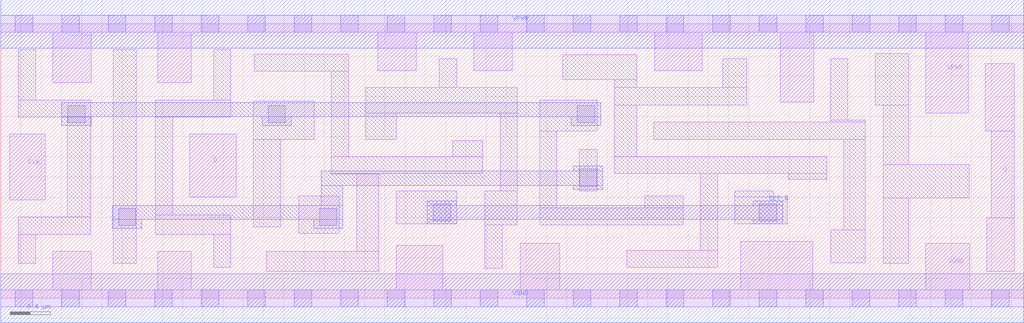
<source format=lef>
# Copyright 2020 The SkyWater PDK Authors
#
# Licensed under the Apache License, Version 2.0 (the "License");
# you may not use this file except in compliance with the License.
# You may obtain a copy of the License at
#
#     https://www.apache.org/licenses/LICENSE-2.0
#
# Unless required by applicable law or agreed to in writing, software
# distributed under the License is distributed on an "AS IS" BASIS,
# WITHOUT WARRANTIES OR CONDITIONS OF ANY KIND, either express or implied.
# See the License for the specific language governing permissions and
# limitations under the License.
#
# SPDX-License-Identifier: Apache-2.0

VERSION 5.7 ;
BUSBITCHARS "[]" ;
DIVIDERCHAR "/" ;
PROPERTYDEFINITIONS
  MACRO maskLayoutSubType STRING ;
  MACRO prCellType STRING ;
  MACRO originalViewName STRING ;
END PROPERTYDEFINITIONS
MACRO sky130_fd_sc_hdll__dfstp_1
  ORIGIN  0.000000  0.000000 ;
  CLASS CORE ;
  SYMMETRY X Y R90 ;
  SIZE  10.12000 BY  2.720000 ;
  SITE unithd ;
  PIN CLK
    ANTENNAGATEAREA  0.178200 ;
    DIRECTION INPUT ;
    USE SIGNAL ;
    PORT
      LAYER li1 ;
        RECT 0.090000 0.975000 0.440000 1.625000 ;
    END
  END CLK
  PIN D
    ANTENNAGATEAREA  0.247200 ;
    DIRECTION INPUT ;
    USE SIGNAL ;
    PORT
      LAYER li1 ;
        RECT 1.870000 1.005000 2.330000 1.625000 ;
    END
  END D
  PIN Q
    ANTENNADIFFAREA  0.518200 ;
    DIRECTION OUTPUT ;
    USE SIGNAL ;
    PORT
      LAYER li1 ;
        RECT 9.740000 1.655000 10.025000 2.325000 ;
        RECT 9.755000 0.265000 10.025000 0.795000 ;
        RECT 9.800000 0.795000 10.025000 1.655000 ;
    END
  END Q
  PIN SET_B
    DIRECTION INPUT ;
    USE SIGNAL ;
    PORT
      LAYER met1 ;
        RECT 4.220000 0.735000 4.510000 0.780000 ;
        RECT 4.220000 0.780000 7.735000 0.920000 ;
        RECT 4.220000 0.920000 4.510000 0.965000 ;
        RECT 7.445000 0.735000 7.735000 0.780000 ;
        RECT 7.445000 0.920000 7.735000 0.965000 ;
    END
  END SET_B
  PIN VGND
    DIRECTION INOUT ;
    USE SIGNAL ;
    PORT
      LAYER li1 ;
        RECT 0.000000 -0.085000 10.120000 0.085000 ;
        RECT 0.515000  0.085000  0.895000 0.465000 ;
        RECT 1.555000  0.085000  1.885000 0.465000 ;
        RECT 3.910000  0.085000  4.370000 0.525000 ;
        RECT 5.140000  0.085000  5.530000 0.545000 ;
        RECT 7.320000  0.085000  8.030000 0.565000 ;
        RECT 9.150000  0.085000  9.585000 0.545000 ;
      LAYER met1 ;
        RECT 0.000000 -0.240000 10.120000 0.240000 ;
    END
  END VGND
  PIN VPWR
    DIRECTION INOUT ;
    USE SIGNAL ;
    PORT
      LAYER li1 ;
        RECT 0.000000 2.635000 10.120000 2.805000 ;
        RECT 0.515000 2.135000  0.895000 2.635000 ;
        RECT 1.555000 2.135000  1.885000 2.635000 ;
        RECT 3.730000 2.255000  4.110000 2.635000 ;
        RECT 4.680000 2.255000  5.060000 2.635000 ;
        RECT 6.470000 2.255000  6.940000 2.635000 ;
        RECT 7.710000 1.945000  8.040000 2.635000 ;
        RECT 9.150000 1.835000  9.570000 2.635000 ;
      LAYER met1 ;
        RECT 0.000000 2.480000 10.120000 2.960000 ;
    END
  END VPWR
  OBS
    LAYER li1 ;
      RECT 0.175000 0.345000 0.345000 0.635000 ;
      RECT 0.175000 0.635000 0.890000 0.805000 ;
      RECT 0.175000 1.795000 0.890000 1.965000 ;
      RECT 0.175000 1.965000 0.345000 2.465000 ;
      RECT 0.660000 0.805000 0.890000 1.795000 ;
      RECT 1.115000 0.345000 1.340000 2.465000 ;
      RECT 1.530000 0.635000 2.275000 0.825000 ;
      RECT 1.530000 0.825000 1.700000 1.795000 ;
      RECT 1.530000 1.795000 2.275000 1.965000 ;
      RECT 2.105000 0.305000 2.275000 0.635000 ;
      RECT 2.105000 1.965000 2.275000 2.465000 ;
      RECT 2.500000 0.705000 2.770000 1.575000 ;
      RECT 2.500000 1.575000 3.100000 1.955000 ;
      RECT 2.510000 2.250000 3.440000 2.420000 ;
      RECT 2.625000 0.265000 3.740000 0.465000 ;
      RECT 2.950000 0.645000 3.350000 1.015000 ;
      RECT 3.270000 1.230000 3.740000 1.235000 ;
      RECT 3.270000 1.235000 4.770000 1.405000 ;
      RECT 3.270000 1.405000 3.440000 2.250000 ;
      RECT 3.520000 0.465000 3.740000 1.230000 ;
      RECT 3.610000 1.575000 3.910000 1.835000 ;
      RECT 3.610000 1.835000 5.110000 2.085000 ;
      RECT 3.910000 0.735000 4.510000 1.065000 ;
      RECT 4.340000 2.085000 4.510000 2.375000 ;
      RECT 4.470000 1.405000 4.770000 1.565000 ;
      RECT 4.790000 0.295000 4.960000 0.725000 ;
      RECT 4.790000 0.725000 5.110000 1.065000 ;
      RECT 4.940000 1.065000 5.110000 1.835000 ;
      RECT 5.330000 0.725000 6.750000 0.895000 ;
      RECT 5.330000 0.895000 5.500000 1.655000 ;
      RECT 5.330000 1.655000 5.900000 1.965000 ;
      RECT 5.560000 2.165000 6.290000 2.415000 ;
      RECT 5.720000 1.065000 5.900000 1.475000 ;
      RECT 6.070000 1.235000 8.170000 1.405000 ;
      RECT 6.070000 1.405000 6.290000 1.915000 ;
      RECT 6.070000 1.915000 7.380000 2.085000 ;
      RECT 6.070000 2.085000 6.290000 2.165000 ;
      RECT 6.190000 0.305000 7.090000 0.475000 ;
      RECT 6.370000 0.895000 6.750000 1.015000 ;
      RECT 6.460000 1.575000 8.550000 1.745000 ;
      RECT 6.920000 0.475000 7.090000 1.235000 ;
      RECT 7.140000 2.085000 7.380000 2.375000 ;
      RECT 7.260000 0.735000 7.780000 1.005000 ;
      RECT 7.260000 1.005000 7.640000 1.065000 ;
      RECT 7.790000 1.175000 8.170000 1.235000 ;
      RECT 8.210000 0.350000 8.550000 0.680000 ;
      RECT 8.210000 1.745000 8.550000 1.765000 ;
      RECT 8.210000 1.765000 8.380000 2.375000 ;
      RECT 8.340000 0.680000 8.550000 1.575000 ;
      RECT 8.650000 1.915000 8.980000 2.425000 ;
      RECT 8.730000 0.345000 8.980000 0.995000 ;
      RECT 8.730000 0.995000 9.580000 1.325000 ;
      RECT 8.730000 1.325000 8.980000 1.915000 ;
    LAYER mcon ;
      RECT 0.145000 -0.085000 0.315000 0.085000 ;
      RECT 0.145000  2.635000 0.315000 2.805000 ;
      RECT 0.605000 -0.085000 0.775000 0.085000 ;
      RECT 0.605000  2.635000 0.775000 2.805000 ;
      RECT 0.665000  1.740000 0.835000 1.910000 ;
      RECT 1.065000 -0.085000 1.235000 0.085000 ;
      RECT 1.065000  2.635000 1.235000 2.805000 ;
      RECT 1.165000  0.720000 1.335000 0.890000 ;
      RECT 1.525000 -0.085000 1.695000 0.085000 ;
      RECT 1.525000  2.635000 1.695000 2.805000 ;
      RECT 1.985000 -0.085000 2.155000 0.085000 ;
      RECT 1.985000  2.635000 2.155000 2.805000 ;
      RECT 2.445000 -0.085000 2.615000 0.085000 ;
      RECT 2.445000  2.635000 2.615000 2.805000 ;
      RECT 2.645000  1.740000 2.815000 1.910000 ;
      RECT 2.905000 -0.085000 3.075000 0.085000 ;
      RECT 2.905000  2.635000 3.075000 2.805000 ;
      RECT 3.155000  0.720000 3.325000 0.890000 ;
      RECT 3.365000 -0.085000 3.535000 0.085000 ;
      RECT 3.365000  2.635000 3.535000 2.805000 ;
      RECT 3.825000 -0.085000 3.995000 0.085000 ;
      RECT 3.825000  2.635000 3.995000 2.805000 ;
      RECT 4.280000  0.765000 4.450000 0.935000 ;
      RECT 4.285000 -0.085000 4.455000 0.085000 ;
      RECT 4.285000  2.635000 4.455000 2.805000 ;
      RECT 4.745000 -0.085000 4.915000 0.085000 ;
      RECT 4.745000  2.635000 4.915000 2.805000 ;
      RECT 5.205000 -0.085000 5.375000 0.085000 ;
      RECT 5.205000  2.635000 5.375000 2.805000 ;
      RECT 5.665000 -0.085000 5.835000 0.085000 ;
      RECT 5.665000  2.635000 5.835000 2.805000 ;
      RECT 5.705000  1.740000 5.875000 1.910000 ;
      RECT 5.725000  1.110000 5.895000 1.280000 ;
      RECT 6.125000 -0.085000 6.295000 0.085000 ;
      RECT 6.125000  2.635000 6.295000 2.805000 ;
      RECT 6.585000 -0.085000 6.755000 0.085000 ;
      RECT 6.585000  2.635000 6.755000 2.805000 ;
      RECT 7.045000 -0.085000 7.215000 0.085000 ;
      RECT 7.045000  2.635000 7.215000 2.805000 ;
      RECT 7.505000 -0.085000 7.675000 0.085000 ;
      RECT 7.505000  0.765000 7.675000 0.935000 ;
      RECT 7.505000  2.635000 7.675000 2.805000 ;
      RECT 7.965000 -0.085000 8.135000 0.085000 ;
      RECT 7.965000  2.635000 8.135000 2.805000 ;
      RECT 8.425000 -0.085000 8.595000 0.085000 ;
      RECT 8.425000  2.635000 8.595000 2.805000 ;
      RECT 8.885000 -0.085000 9.055000 0.085000 ;
      RECT 8.885000  2.635000 9.055000 2.805000 ;
      RECT 9.345000 -0.085000 9.515000 0.085000 ;
      RECT 9.345000  2.635000 9.515000 2.805000 ;
      RECT 9.805000 -0.085000 9.975000 0.085000 ;
      RECT 9.805000  2.635000 9.975000 2.805000 ;
    LAYER met1 ;
      RECT 0.605000 1.710000 0.895000 1.800000 ;
      RECT 0.605000 1.800000 5.935000 1.940000 ;
      RECT 1.105000 0.690000 1.395000 0.780000 ;
      RECT 1.105000 0.780000 3.385000 0.920000 ;
      RECT 2.585000 1.710000 2.875000 1.800000 ;
      RECT 3.095000 0.690000 3.385000 0.780000 ;
      RECT 3.170000 0.920000 3.385000 1.120000 ;
      RECT 3.170000 1.120000 5.955000 1.260000 ;
      RECT 5.645000 1.710000 5.935000 1.800000 ;
      RECT 5.665000 1.080000 5.955000 1.120000 ;
      RECT 5.665000 1.260000 5.955000 1.310000 ;
  END
  PROPERTY maskLayoutSubType "abstract" ;
  PROPERTY prCellType "standard" ;
  PROPERTY originalViewName "layout" ;
END sky130_fd_sc_hdll__dfstp_1
END LIBRARY

</source>
